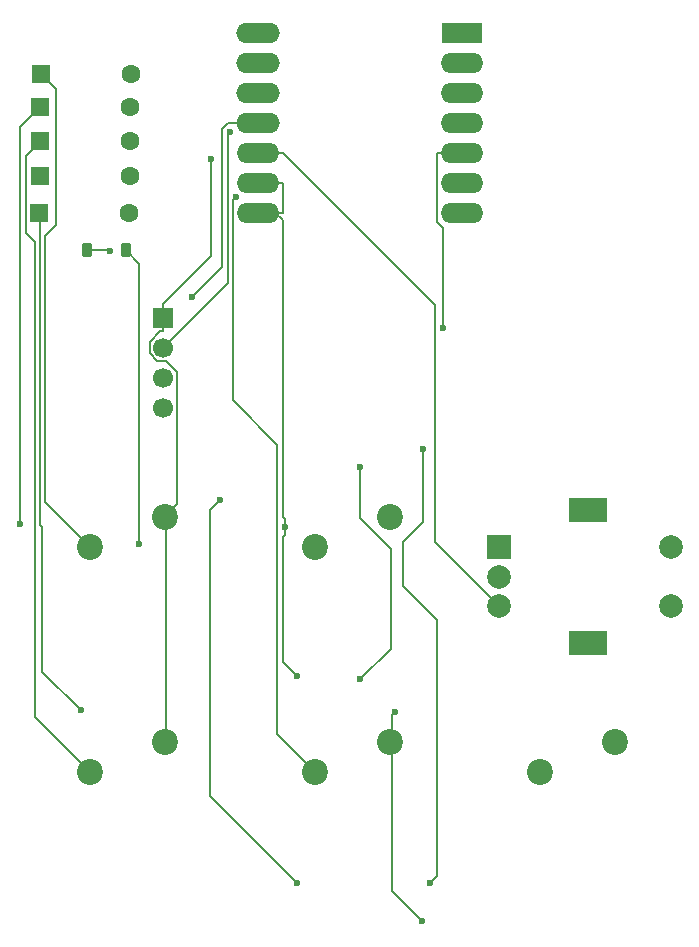
<source format=gbr>
%TF.GenerationSoftware,KiCad,Pcbnew,9.0.7*%
%TF.CreationDate,2026-01-31T12:03:09-06:00*%
%TF.ProjectId,PRO,50524f2e-6b69-4636-9164-5f7063625858,rev?*%
%TF.SameCoordinates,Original*%
%TF.FileFunction,Copper,L1,Top*%
%TF.FilePolarity,Positive*%
%FSLAX46Y46*%
G04 Gerber Fmt 4.6, Leading zero omitted, Abs format (unit mm)*
G04 Created by KiCad (PCBNEW 9.0.7) date 2026-01-31 12:03:09*
%MOMM*%
%LPD*%
G01*
G04 APERTURE LIST*
G04 Aperture macros list*
%AMRoundRect*
0 Rectangle with rounded corners*
0 $1 Rounding radius*
0 $2 $3 $4 $5 $6 $7 $8 $9 X,Y pos of 4 corners*
0 Add a 4 corners polygon primitive as box body*
4,1,4,$2,$3,$4,$5,$6,$7,$8,$9,$2,$3,0*
0 Add four circle primitives for the rounded corners*
1,1,$1+$1,$2,$3*
1,1,$1+$1,$4,$5*
1,1,$1+$1,$6,$7*
1,1,$1+$1,$8,$9*
0 Add four rect primitives between the rounded corners*
20,1,$1+$1,$2,$3,$4,$5,0*
20,1,$1+$1,$4,$5,$6,$7,0*
20,1,$1+$1,$6,$7,$8,$9,0*
20,1,$1+$1,$8,$9,$2,$3,0*%
G04 Aperture macros list end*
%TA.AperFunction,ComponentPad*%
%ADD10R,2.000000X2.000000*%
%TD*%
%TA.AperFunction,ComponentPad*%
%ADD11C,2.000000*%
%TD*%
%TA.AperFunction,ComponentPad*%
%ADD12R,3.200000X2.000000*%
%TD*%
%TA.AperFunction,SMDPad,CuDef*%
%ADD13RoundRect,0.225000X-0.225000X-0.375000X0.225000X-0.375000X0.225000X0.375000X-0.225000X0.375000X0*%
%TD*%
%TA.AperFunction,ComponentPad*%
%ADD14C,2.200000*%
%TD*%
%TA.AperFunction,ComponentPad*%
%ADD15RoundRect,0.250000X-0.550000X-0.550000X0.550000X-0.550000X0.550000X0.550000X-0.550000X0.550000X0*%
%TD*%
%TA.AperFunction,ComponentPad*%
%ADD16C,1.600000*%
%TD*%
%TA.AperFunction,ComponentPad*%
%ADD17R,1.700000X1.700000*%
%TD*%
%TA.AperFunction,ComponentPad*%
%ADD18C,1.700000*%
%TD*%
%TA.AperFunction,ComponentPad*%
%ADD19R,3.500000X1.700000*%
%TD*%
%TA.AperFunction,ComponentPad*%
%ADD20O,3.600000X1.700000*%
%TD*%
%TA.AperFunction,ComponentPad*%
%ADD21O,3.700000X1.700000*%
%TD*%
%TA.AperFunction,ViaPad*%
%ADD22C,0.600000*%
%TD*%
%TA.AperFunction,Conductor*%
%ADD23C,0.200000*%
%TD*%
G04 APERTURE END LIST*
D10*
%TO.P,RE1,A,A*%
%TO.N,Net-(D6-DIN)*%
X68950000Y-73700000D03*
D11*
%TO.P,RE1,B,B*%
%TO.N,Net-(U1-PA5_A9_D9_MISO)*%
X68950000Y-78700000D03*
%TO.P,RE1,C,C*%
%TO.N,GND*%
X68950000Y-76200000D03*
D12*
%TO.P,RE1,MP*%
%TO.N,N/C*%
X76450000Y-70600000D03*
X76450000Y-81800000D03*
D11*
%TO.P,RE1,S1,S1*%
%TO.N,Net-(D17-A)*%
X83450000Y-78700000D03*
%TO.P,RE1,S2,S2*%
%TO.N,GND*%
X83450000Y-73700000D03*
%TD*%
D13*
%TO.P,D17,1,K*%
%TO.N,Net-(D17-K)*%
X34068800Y-48593700D03*
%TO.P,D17,2,A*%
%TO.N,Net-(D17-A)*%
X37368800Y-48593700D03*
%TD*%
D14*
%TO.P,SW2,1,1*%
%TO.N,GND*%
X59690000Y-71120000D03*
%TO.P,SW2,2,2*%
%TO.N,Net-(D2-K)*%
X53340000Y-73660000D03*
%TD*%
%TO.P,SW3,1,1*%
%TO.N,GND*%
X40640000Y-90170000D03*
%TO.P,SW3,2,2*%
%TO.N,Net-(D3-K)*%
X34290000Y-92710000D03*
%TD*%
%TO.P,SW5,1,1*%
%TO.N,GND*%
X78740000Y-90170000D03*
%TO.P,SW5,2,2*%
%TO.N,Net-(D5-K)*%
X72390000Y-92710000D03*
%TD*%
%TO.P,SW4,1,1*%
%TO.N,GND*%
X59690000Y-90170000D03*
%TO.P,SW4,2,2*%
%TO.N,Net-(D4-K)*%
X53340000Y-92710000D03*
%TD*%
%TO.P,SWw1,1,1*%
%TO.N,GND*%
X40640000Y-71120000D03*
%TO.P,SWw1,2,2*%
%TO.N,Net-(D1-K)*%
X34290000Y-73660000D03*
%TD*%
D15*
%TO.P,D3,1,K*%
%TO.N,Net-(D3-K)*%
X30070000Y-39350000D03*
D16*
%TO.P,D3,2,A*%
%TO.N,Net-(D3-A)*%
X37690000Y-39350000D03*
%TD*%
D15*
%TO.P,D4,1,K*%
%TO.N,Net-(D4-K)*%
X30050000Y-42290000D03*
D16*
%TO.P,D4,2,A*%
%TO.N,Net-(D4-A)*%
X37670000Y-42290000D03*
%TD*%
D17*
%TO.P,U2,1,GND*%
%TO.N,GND*%
X40481300Y-54292500D03*
D18*
%TO.P,U2,2,VCC*%
%TO.N,Net-(U1-3V3)*%
X40481300Y-56832500D03*
%TO.P,U2,3,SCL*%
%TO.N,Net-(U1-PA9_A5_D5_SCL)*%
X40481300Y-59372500D03*
%TO.P,U2,4,SDA*%
%TO.N,Net-(U1-PA8_A4_D4_SDA)*%
X40481300Y-61912500D03*
%TD*%
D15*
%TO.P,D5,1,K*%
%TO.N,Net-(D5-K)*%
X29950000Y-45410000D03*
D16*
%TO.P,D5,2,A*%
%TO.N,Net-(D5-A)*%
X37570000Y-45410000D03*
%TD*%
D15*
%TO.P,D2,1,K*%
%TO.N,Net-(D2-K)*%
X30070000Y-36440000D03*
D16*
%TO.P,D2,2,A*%
%TO.N,Net-(D2-A)*%
X37690000Y-36440000D03*
%TD*%
D15*
%TO.P,D1,1,K*%
%TO.N,Net-(D1-K)*%
X30100000Y-33630000D03*
D16*
%TO.P,D1,2,A*%
%TO.N,Net-(D1-A)*%
X37720000Y-33630000D03*
%TD*%
D19*
%TO.P,U1,1,PA02_A0_D0*%
%TO.N,Net-(D1-A)*%
X65775000Y-30162500D03*
D20*
%TO.P,U1,2,PA4_A1_D1*%
%TO.N,Net-(D2-A)*%
X65775000Y-32702500D03*
%TO.P,U1,3,PA10_A2_D2*%
%TO.N,Net-(D3-A)*%
X65775000Y-35242500D03*
%TO.P,U1,4,PA11_A3_D3*%
%TO.N,Net-(D4-A)*%
X65775000Y-37782500D03*
%TO.P,U1,5,PA8_A4_D4_SDA*%
%TO.N,Net-(U1-PA8_A4_D4_SDA)*%
X65775000Y-40322500D03*
%TO.P,U1,6,PA9_A5_D5_SCL*%
%TO.N,Net-(U1-PA9_A5_D5_SCL)*%
X65775000Y-42862500D03*
%TO.P,U1,7,PB08_A6_D6_TX*%
%TO.N,Net-(D5-A)*%
X65775000Y-45402500D03*
%TO.P,U1,8,PB09_A7_D7_RX*%
%TO.N,Net-(D6-DIN)*%
X48525000Y-45402500D03*
%TO.P,U1,9,PA7_A8_D8_SCK*%
X48525000Y-42862500D03*
%TO.P,U1,10,PA5_A9_D9_MISO*%
%TO.N,Net-(U1-PA5_A9_D9_MISO)*%
X48525000Y-40322500D03*
D21*
%TO.P,U1,11,PA6_A10_D10_MOSI*%
%TO.N,Net-(D17-K)*%
X48525000Y-37782500D03*
%TO.P,U1,12,3V3*%
%TO.N,Net-(U1-3V3)*%
X48525000Y-35242500D03*
%TO.P,U1,13,GND*%
%TO.N,unconnected-(U1-GND-Pad13)*%
X48525000Y-32702500D03*
%TO.P,U1,14,5V*%
%TO.N,Net-(D10-VDD)*%
X48525000Y-30162500D03*
%TD*%
D22*
%TO.N,Net-(D6-DIN)*%
X51837200Y-84595300D03*
%TO.N,Net-(D17-K)*%
X42940000Y-52530000D03*
X35970000Y-48600000D03*
%TO.N,Net-(U1-PA8_A4_D4_SDA)*%
X64137700Y-55133300D03*
%TO.N,Net-(U1-3V3)*%
X46108100Y-38521500D03*
%TO.N,Net-(D17-A)*%
X38478500Y-73414700D03*
%TO.N,Net-(D8-DOUT)*%
X45319500Y-69705600D03*
X51851600Y-102173700D03*
%TO.N,Net-(D7-DOUT)*%
X57150700Y-66918100D03*
X57150700Y-84916200D03*
%TO.N,Net-(D6-DIN)*%
X50760000Y-71990000D03*
%TO.N,Net-(D5-K)*%
X33488300Y-87541500D03*
%TO.N,Net-(D4-K)*%
X46635900Y-44054800D03*
%TO.N,Net-(D2-K)*%
X28379900Y-71741200D03*
%TO.N,GND*%
X60108500Y-87631600D03*
X44523800Y-40821100D03*
X62431100Y-105357000D03*
%TO.N,Net-(D10-VDD)*%
X63066300Y-102155600D03*
X62451000Y-65424300D03*
%TD*%
D23*
%TO.N,Net-(D6-DIN)*%
X51785300Y-84595300D02*
X51837200Y-84595300D01*
X50601200Y-83411200D02*
X51785300Y-84595300D01*
X50601200Y-72867200D02*
X50601200Y-83411200D01*
X50760000Y-72708400D02*
X50601200Y-72867200D01*
X50760000Y-71990000D02*
X50760000Y-72708400D01*
%TO.N,Net-(D1-K)*%
X31390000Y-34920000D02*
X30100000Y-33630000D01*
X31390000Y-46400000D02*
X31390000Y-34920000D01*
X30520000Y-68430000D02*
X30455000Y-68365000D01*
X30455000Y-68365000D02*
X30455000Y-47335000D01*
X30520000Y-69890000D02*
X30520000Y-68430000D01*
X34290000Y-73660000D02*
X30520000Y-69890000D01*
X30455000Y-47335000D02*
X31390000Y-46400000D01*
%TO.N,Net-(D17-K)*%
X42940000Y-52550000D02*
X42940000Y-52530000D01*
X45507100Y-49982900D02*
X42940000Y-52550000D01*
X45507100Y-38271700D02*
X45507100Y-49982900D01*
X45996300Y-37782500D02*
X45507100Y-38271700D01*
%TO.N,Net-(U1-PA5_A9_D9_MISO)*%
X63536000Y-53231800D02*
X63536000Y-73286000D01*
%TO.N,Net-(D8-DOUT)*%
X44430000Y-70595100D02*
X44430000Y-94752100D01*
X45319500Y-69705600D02*
X44430000Y-70595100D01*
%TO.N,Net-(D6-DIN)*%
X50601200Y-46028700D02*
X49975000Y-45402500D01*
X50760000Y-71308400D02*
X50601200Y-71149600D01*
X50760000Y-71990000D02*
X50760000Y-71308400D01*
X50601200Y-71149600D02*
X50601200Y-46028700D01*
%TO.N,Net-(D4-K)*%
X46374800Y-44315900D02*
X46635900Y-44054800D01*
X50160000Y-65048000D02*
X46374800Y-61262800D01*
X50160000Y-89530000D02*
X50160000Y-65048000D01*
X46374800Y-61262800D02*
X46374800Y-44315900D01*
X53340000Y-92710000D02*
X50160000Y-89530000D01*
%TO.N,Net-(U1-PA8_A4_D4_SDA)*%
X64137700Y-46660000D02*
X64137700Y-55133300D01*
X63673300Y-46195600D02*
X64137700Y-46660000D01*
X63673300Y-40322500D02*
X63673300Y-46195600D01*
X64775000Y-40322500D02*
X63673300Y-40322500D01*
%TO.N,Net-(U1-3V3)*%
X45973100Y-51340700D02*
X40481300Y-56832500D01*
X45973100Y-38656500D02*
X45973100Y-51340700D01*
X46108100Y-38521500D02*
X45973100Y-38656500D01*
%TO.N,Net-(U1-PA5_A9_D9_MISO)*%
X49525000Y-40322500D02*
X50626700Y-40322500D01*
X63536000Y-73286000D02*
X68950000Y-78700000D01*
X50626700Y-40322500D02*
X63536000Y-53231800D01*
%TO.N,Net-(D17-K)*%
X49525000Y-37782500D02*
X46373300Y-37782500D01*
X35949200Y-48593700D02*
X34068800Y-48593700D01*
X46373300Y-37782500D02*
X45996300Y-37782500D01*
%TO.N,Net-(D17-A)*%
X38478500Y-49703400D02*
X37368800Y-48593700D01*
X38478500Y-73414700D02*
X38478500Y-49703400D01*
%TO.N,Net-(D8-DOUT)*%
X45319500Y-95641600D02*
X51851600Y-102173700D01*
X51851600Y-102173700D02*
X45319500Y-95641600D01*
X45319500Y-95641600D02*
X51851600Y-102173700D01*
%TO.N,Net-(D7-DOUT)*%
X59755900Y-73829000D02*
X59755900Y-82311000D01*
X57150700Y-71223800D02*
X59755900Y-73829000D01*
X57150700Y-66918100D02*
X57150700Y-71223800D01*
%TO.N,Net-(D6-DIN)*%
X50626700Y-45402500D02*
X50626700Y-42862500D01*
X49525000Y-42862500D02*
X50626700Y-42862500D01*
X50525900Y-45402500D02*
X50625200Y-45402500D01*
X50625200Y-45402500D02*
X50626700Y-45402500D01*
X49525000Y-45402500D02*
X49975000Y-45402500D01*
X49975000Y-45402500D02*
X50525900Y-45402500D01*
%TO.N,Net-(D5-K)*%
X30218800Y-84272000D02*
X30218800Y-72008600D01*
X33488300Y-87541500D02*
X30218800Y-84272000D01*
X30218800Y-72008600D02*
X30054000Y-71843800D01*
X30218800Y-72008600D02*
X30054000Y-71843800D01*
X30054000Y-45514000D02*
X29950000Y-45410000D01*
X30054000Y-71843800D02*
X30054000Y-45514000D01*
%TO.N,Net-(D3-K)*%
X28831600Y-40588400D02*
X30070000Y-39350000D01*
X28831600Y-47073500D02*
X28831600Y-40588400D01*
X29652300Y-47894200D02*
X28831600Y-47073500D01*
X29652300Y-88072300D02*
X29652300Y-47894200D01*
X34290000Y-92710000D02*
X29652300Y-88072300D01*
%TO.N,Net-(D2-K)*%
X28379900Y-38130100D02*
X28379900Y-71741200D01*
X30070000Y-36440000D02*
X28379900Y-38130100D01*
%TO.N,GND*%
X40690800Y-90119200D02*
X40640000Y-90170000D01*
X40690800Y-71170800D02*
X40690800Y-90119200D01*
X40640000Y-71120000D02*
X40690800Y-71170800D01*
X41659700Y-70100300D02*
X40640000Y-71120000D01*
X41659700Y-58908900D02*
X41659700Y-70100300D01*
X40735000Y-57984200D02*
X41659700Y-58908900D01*
X40004300Y-57984200D02*
X40735000Y-57984200D01*
X39329600Y-57309500D02*
X40004300Y-57984200D01*
X39329600Y-56307900D02*
X39329600Y-57309500D01*
X40193300Y-55444200D02*
X39329600Y-56307900D01*
X40481300Y-55444200D02*
X40193300Y-55444200D01*
X44523800Y-49098300D02*
X40481300Y-53140800D01*
X44523800Y-40821100D02*
X44523800Y-49098300D01*
X40481300Y-54292500D02*
X40481300Y-53140800D01*
X40481300Y-54292500D02*
X40481300Y-55444200D01*
X59899300Y-87840800D02*
X60108500Y-87631600D01*
X59899300Y-90170000D02*
X59899300Y-87840800D01*
X59690000Y-90170000D02*
X59899300Y-90170000D01*
%TO.N,Net-(D10-VDD)*%
X62451000Y-71602100D02*
X62451000Y-65424300D01*
X60788100Y-73265000D02*
X62451000Y-71602100D01*
X60788100Y-76991000D02*
X60788100Y-73265000D01*
X63659300Y-79862200D02*
X60788100Y-76991000D01*
X63659300Y-101562600D02*
X63659300Y-79862200D01*
X63066300Y-102155600D02*
X63659300Y-101562600D01*
%TO.N,Net-(D8-DOUT)*%
X44430000Y-94752100D02*
X45319500Y-95641600D01*
%TO.N,GND*%
X59899300Y-102825200D02*
X62431100Y-105357000D01*
X59899300Y-90170000D02*
X59899300Y-102825200D01*
%TO.N,Net-(D7-DOUT)*%
X59755900Y-82311000D02*
X57150700Y-84916200D01*
%TD*%
M02*

</source>
